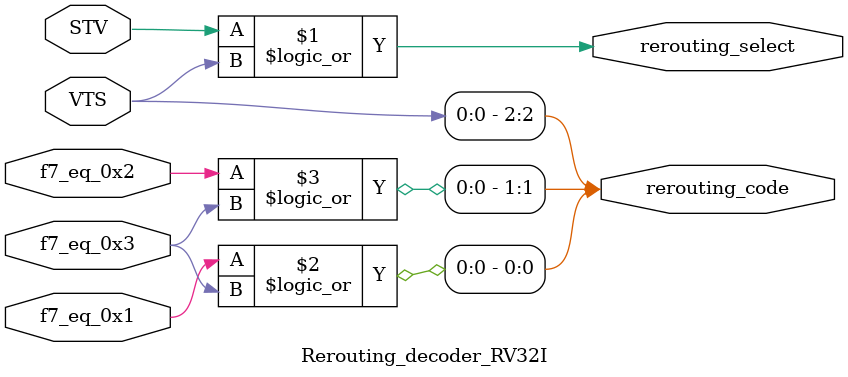
<source format=sv>
module Rerouting_decoder_RV32I
(
	input logic STV,
	input logic VTS,

	input logic f7_eq_0x1,
	input logic f7_eq_0x2,
	input logic f7_eq_0x3,


	output logic rerouting_select,
	output logic [2:0] rerouting_code
);
	assign rerouting_select = STV || VTS;
	
	assign rerouting_code[0] = f7_eq_0x1 || f7_eq_0x3;
	assign rerouting_code[1] = f7_eq_0x2 || f7_eq_0x3;
	assign rerouting_code[2] = VTS;
endmodule
/*
S: Scalar value
V[i]: Vector value


-- Scalar to Vector --

Rerouting code = 0 =>
0 = S
1 = V[1]
2 = V[2]
3 = V[3]

Rerouting code = 1 =>
0 = V[0]
1 = S
2 = V[2]
3 = V[3]

Rerouting code = 2 =>
0 = V[0]
1 = V[1]
2 = S
3 = V[3]

Rerouting code = 3 =>
0 = V[0]
1 = V[1]
2 = V[2]
3 = S


-- Vector to Scalar --

Rerouting code = 4 =>
0 = V[0]
1 = V[1]
2 = V[2]
3 = V[3]

Rerouting code = 5 =>
0 = V[1]
1 = V[1]
2 = V[2]
3 = V[3]

Rerouting code = 6 =>
0 = V[2]
1 = V[1]
2 = V[2]
3 = V[3]

Rerouting code = 7 =>
0 = V[3]
1 = V[1]
2 = V[2]
3 = V[3]

*/
</source>
